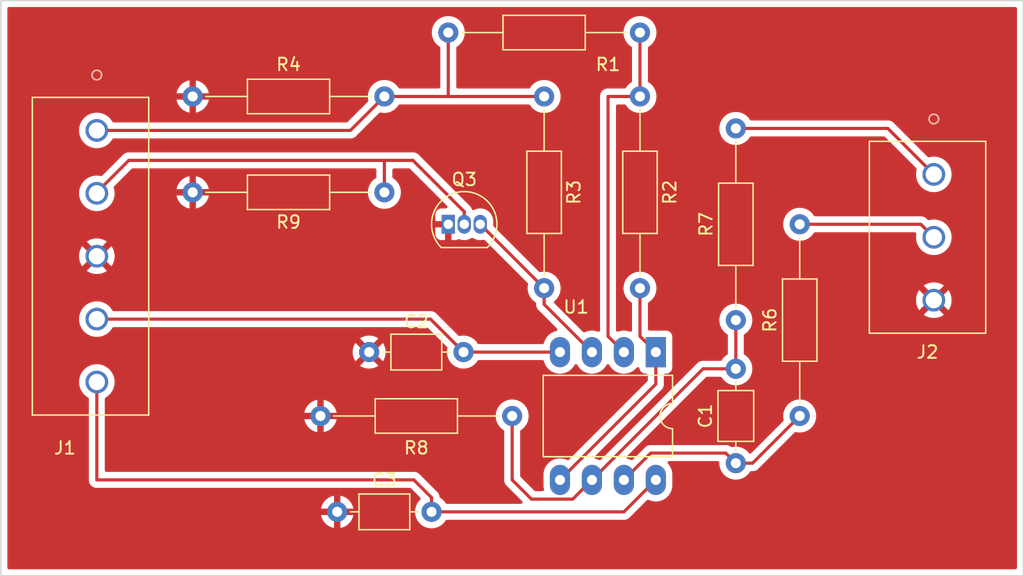
<source format=kicad_pcb>
(kicad_pcb (version 20211014) (generator pcbnew)
  (layers (0 "F.Cu" signal) (31 "B.Cu" signal) (34 "B.Paste" user) (35 "F.Paste" user) (36 "B.SilkS" user "B.Silkscreen") (37 "F.SilkS" user "F.Silkscreen") (38 "B.Mask" user) (39 "F.Mask" user) (44 "Edge.Cuts" user))
  (net 0 "")
  (net 1 "Net-(C1-Pad1)")
  (net 2 "-15V")
  (net 3 "+15V")
  (net 4 "GNDREF")
  (net 5 "Net-(Q3-Pad3)")
  (net 6 "Net-(R1-Pad2)")
  (net 7 "Net-(R2-Pad2)")
  (net 8 "Net-(R6-Pad2)")
  (net 9 "Net-(R7-Pad2)")
  (net 10 "Net-(R8-Pad1)")
  (net 11 "Net-(R1-Pad1)")
  (net 12 "Net-(Q3-Pad2)")
  (footprint "Capacitor_THT:C_Axial_L3.8mm_D2.6mm_P7.50mm_Horizontal" (layer "F.Cu") (at 137.16 102.81 90)
    (fp_text reference "C1" (at 3.75 -2.42 90) (layer "F.SilkS"))
    (fp_text value "100 pF")
    (fp_line (start 6.46 0) (end 5.77 0) (layer "F.SilkS") (width 0.12))
    (fp_line (start 5.77 -1.42) (end 1.73 -1.42) (layer "F.SilkS") (width 0.12))
    (fp_line (start 1.04 0) (end 1.73 0) (layer "F.SilkS") (width 0.12))
    (fp_line (start 5.77 1.42) (end 5.77 -1.42) (layer "F.SilkS") (width 0.12))
    (fp_line (start 1.73 -1.42) (end 1.73 1.42) (layer "F.SilkS") (width 0.12))
    (fp_line (start 1.73 1.42) (end 5.77 1.42) (layer "F.SilkS") (width 0.12))
    (pad "1" thru_hole circle locked (at 0 0 90) (size 1.6 1.6) (drill 0.8) (layers *.Cu *.Mask) (net 1 "Net-(C1-Pad1)"))
    (pad "2" thru_hole oval locked (at 7.5 0 90) (size 1.6 1.6) (drill 0.8) (layers *.Cu *.Mask) (net 10 "Net-(R8-Pad1)"))
  )
  (footprint "KiCAD_footprints:1935174" (layer "F.Cu") (at 152.9 79.8535 -90)
    (fp_text reference "J2" (at 14.1265 0.5 180) (layer "F.SilkS"))
    (fp_text value "Conn_01x03" hide)
    (fp_text user "*" (at 0 0 90) (layer "F.SilkS"))
    (fp_circle (center -4.405 0) (end -4.024 0) (layer "B.SilkS") (width 0.12) (fill none))
    (fp_line (start 12.627001 -4.127) (end -2.627 -4.127) (layer "F.SilkS") (width 0.12))
    (fp_line (start -2.627 -4.127) (end -2.627 5.127) (layer "F.SilkS") (width 0.12))
    (fp_line (start -2.627 5.127) (end 12.627001 5.127) (layer "F.SilkS") (width 0.12))
    (fp_line (start 12.627001 5.127) (end 12.627001 -4.127) (layer "F.SilkS") (width 0.12))
    (fp_circle (center -4.405 0) (end -4.024 0) (layer "F.SilkS") (width 0.12) (fill none))
    (pad "1" thru_hole circle locked (at 0 0 270) (size 1.8034 1.8034) (drill 1.2954) (layers *.Cu *.Mask) (net 9 "Net-(R7-Pad2)"))
    (pad "2" thru_hole circle locked (at 5 0 270) (size 1.8034 1.8034) (drill 1.2954) (layers *.Cu *.Mask) (net 8 "Net-(R6-Pad2)"))
    (pad "3" thru_hole circle locked (at 10 0 270) (size 1.8034 1.8034) (drill 1.2954) (layers *.Cu *.Mask) (net 4 "GNDREF"))
  )
  (footprint "Package_TO_SOT_THT:TO-92_Inline" (layer "F.Cu") (at 114.3 83.82)
    (fp_text reference "Q3" (at 1.27 -3.56) (layer "F.SilkS"))
    (fp_text value "2N7000")
    (fp_line (start -0.53 1.85) (end 3.07 1.85) (layer "F.SilkS") (width 0.12))
    (fp_arc (start -0.568478 1.838478) (mid -1.132087 -0.994977) (end 1.27 -2.6) (layer "F.SilkS") (width 0.12))
    (fp_arc (start 1.27 -2.6) (mid 3.672087 -0.994977) (end 3.108478 1.838478) (layer "F.SilkS") (width 0.12))
    (pad "1" thru_hole rect locked (at 0 0) (size 1.05 1.5) (drill 0.75) (layers *.Cu *.Mask) (net 4 "GNDREF"))
    (pad "2" thru_hole oval locked (at 1.27 0) (size 1.05 1.5) (drill 0.75) (layers *.Cu *.Mask) (net 12 "Net-(Q3-Pad2)"))
    (pad "3" thru_hole oval locked (at 2.54 0) (size 1.05 1.5) (drill 0.75) (layers *.Cu *.Mask) (net 5 "Net-(Q3-Pad3)"))
  )
  (footprint "KiCAD_footprints:1935190" (layer "F.Cu") (at 86.36 76.36 -90)
    (fp_text reference "J1" (at 25.24 2.54 180) (layer "F.SilkS"))
    (fp_text value "Conn_01x05" hide)
    (fp_text user "*" (at 0 0 90) (layer "F.SilkS"))
    (fp_circle (center -4.404999 0) (end -4.023999 0) (layer "B.SilkS") (width 0.12) (fill none))
    (fp_line (start 22.627001 -4.127) (end -2.627 -4.127) (layer "F.SilkS") (width 0.12))
    (fp_line (start -2.627 -4.127) (end -2.627 5.127) (layer "F.SilkS") (width 0.12))
    (fp_line (start 22.627001 5.127) (end 22.627001 -4.127) (layer "F.SilkS") (width 0.12))
    (fp_line (start -2.627 5.127) (end 22.627001 5.127) (layer "F.SilkS") (width 0.12))
    (fp_circle (center -4.404999 0) (end -4.023999 0) (layer "F.SilkS") (width 0.12) (fill none))
    (pad "1" thru_hole circle locked (at 0 0 270) (size 1.8034 1.8034) (drill 1.2954) (layers *.Cu *.Mask) (net 11 "Net-(R1-Pad1)"))
    (pad "2" thru_hole circle locked (at 5 0 270) (size 1.8034 1.8034) (drill 1.2954) (layers *.Cu *.Mask) (net 12 "Net-(Q3-Pad2)"))
    (pad "3" thru_hole circle locked (at 10 0 270) (size 1.8034 1.8034) (drill 1.2954) (layers *.Cu *.Mask) (net 4 "GNDREF"))
    (pad "4" thru_hole circle locked (at 15.000001 0 270) (size 1.8034 1.8034) (drill 1.2954) (layers *.Cu *.Mask) (net 2 "-15V"))
    (pad "5" thru_hole circle locked (at 20.000001 0 270) (size 1.8034 1.8034) (drill 1.2954) (layers *.Cu *.Mask) (net 3 "+15V"))
  )
  (footprint "Resistor_THT:R_Axial_DIN0207_L6.3mm_D2.5mm_P15.24mm_Horizontal" (layer "F.Cu") (at 137.16 91.44 90)
    (fp_text reference "R7" (at 7.62 -2.37 90) (layer "F.SilkS"))
    (fp_text value "20K")
    (fp_line (start 4.35 1.37) (end 10.89 1.37) (layer "F.SilkS") (width 0.12))
    (fp_line (start 10.89 -1.37) (end 4.35 -1.37) (layer "F.SilkS") (width 0.12))
    (fp_line (start 10.89 1.37) (end 10.89 -1.37) (layer "F.SilkS") (width 0.12))
    (fp_line (start 4.35 -1.37) (end 4.35 1.37) (layer "F.SilkS") (width 0.12))
    (fp_line (start 1.04 0) (end 4.35 0) (layer "F.SilkS") (width 0.12))
    (fp_line (start 14.2 0) (end 10.89 0) (layer "F.SilkS") (width 0.12))
    (pad "1" thru_hole circle locked (at 0 0 90) (size 1.6 1.6) (drill 0.8) (layers *.Cu *.Mask) (net 10 "Net-(R8-Pad1)"))
    (pad "2" thru_hole oval locked (at 15.24 0 90) (size 1.6 1.6) (drill 0.8) (layers *.Cu *.Mask) (net 9 "Net-(R7-Pad2)"))
  )
  (footprint "Capacitor_THT:C_Axial_L3.8mm_D2.6mm_P7.50mm_Horizontal" (layer "F.Cu") (at 112.97 106.68 180)
    (fp_text reference "C3" (at 3.75 2.54) (layer "F.SilkS"))
    (fp_text value "100 nF")
    (fp_line (start 1.73 1.42) (end 5.77 1.42) (layer "F.SilkS") (width 0.12))
    (fp_line (start 1.73 -1.42) (end 1.73 1.42) (layer "F.SilkS") (width 0.12))
    (fp_line (start 5.77 -1.42) (end 1.73 -1.42) (layer "F.SilkS") (width 0.12))
    (fp_line (start 1.04 0) (end 1.73 0) (layer "F.SilkS") (width 0.12))
    (fp_line (start 5.77 1.42) (end 5.77 -1.42) (layer "F.SilkS") (width 0.12))
    (fp_line (start 6.46 0) (end 5.77 0) (layer "F.SilkS") (width 0.12))
    (pad "1" thru_hole circle locked (at 0 0 180) (size 1.6 1.6) (drill 0.8) (layers *.Cu *.Mask) (net 3 "+15V"))
    (pad "2" thru_hole oval locked (at 7.5 0 180) (size 1.6 1.6) (drill 0.8) (layers *.Cu *.Mask) (net 4 "GNDREF"))
  )
  (footprint "Resistor_THT:R_Axial_DIN0207_L6.3mm_D2.5mm_P15.24mm_Horizontal" (layer "F.Cu") (at 109.22 73.66 180)
    (fp_text reference "R4" (at 7.62 2.54) (layer "F.SilkS"))
    (fp_text value "10K")
    (fp_line (start 10.89 -1.37) (end 4.35 -1.37) (layer "F.SilkS") (width 0.12))
    (fp_line (start 14.2 0) (end 10.89 0) (layer "F.SilkS") (width 0.12))
    (fp_line (start 4.35 1.37) (end 10.89 1.37) (layer "F.SilkS") (width 0.12))
    (fp_line (start 10.89 1.37) (end 10.89 -1.37) (layer "F.SilkS") (width 0.12))
    (fp_line (start 4.35 -1.37) (end 4.35 1.37) (layer "F.SilkS") (width 0.12))
    (fp_line (start 1.04 0) (end 4.35 0) (layer "F.SilkS") (width 0.12))
    (pad "1" thru_hole circle locked (at 0 0 180) (size 1.6 1.6) (drill 0.8) (layers *.Cu *.Mask) (net 11 "Net-(R1-Pad1)"))
    (pad "2" thru_hole oval locked (at 15.24 0 180) (size 1.6 1.6) (drill 0.8) (layers *.Cu *.Mask) (net 4 "GNDREF"))
  )
  (footprint "Resistor_THT:R_Axial_DIN0207_L6.3mm_D2.5mm_P15.24mm_Horizontal" (layer "F.Cu") (at 119.38 99.06 180)
    (fp_text reference "R8" (at 7.62 -2.54) (layer "F.SilkS"))
    (fp_text value "20K")
    (fp_line (start 4.35 -1.37) (end 4.35 1.37) (layer "F.SilkS") (width 0.12))
    (fp_line (start 4.35 1.37) (end 10.89 1.37) (layer "F.SilkS") (width 0.12))
    (fp_line (start 1.04 0) (end 4.35 0) (layer "F.SilkS") (width 0.12))
    (fp_line (start 10.89 1.37) (end 10.89 -1.37) (layer "F.SilkS") (width 0.12))
    (fp_line (start 10.89 -1.37) (end 4.35 -1.37) (layer "F.SilkS") (width 0.12))
    (fp_line (start 14.2 0) (end 10.89 0) (layer "F.SilkS") (width 0.12))
    (pad "1" thru_hole circle locked (at 0 0 180) (size 1.6 1.6) (drill 0.8) (layers *.Cu *.Mask) (net 10 "Net-(R8-Pad1)"))
    (pad "2" thru_hole oval locked (at 15.24 0 180) (size 1.6 1.6) (drill 0.8) (layers *.Cu *.Mask) (net 4 "GNDREF"))
  )
  (footprint "Package_DIP:DIP-8_W10.16mm_LongPads" (layer "F.Cu") (at 130.8 93.985 -90)
    (fp_text reference "U1" (at -3.585 6.34 180) (layer "F.SilkS"))
    (fp_text value "LF412")
    (fp_line (start 1.845 8.95) (end 8.315 8.95) (layer "F.SilkS") (width 0.12))
    (fp_line (start 4.08 -1.33) (end 1.845 -1.33) (layer "F.SilkS") (width 0.12))
    (fp_line (start 1.845 -1.33) (end 1.845 8.95) (layer "F.SilkS") (width 0.12))
    (fp_line (start 8.315 -1.33) (end 6.08 -1.33) (layer "F.SilkS") (width 0.12))
    (fp_line (start 8.315 8.95) (end 8.315 -1.33) (layer "F.SilkS") (width 0.12))
    (fp_arc (start 6.08 -1.33) (mid 5.08 -0.33) (end 4.08 -1.33) (layer "F.SilkS") (width 0.12))
    (pad "1" thru_hole rect locked (at 0 0 270) (size 2.4 1.6) (drill 0.8) (layers *.Cu *.Mask) (net 7 "Net-(R2-Pad2)"))
    (pad "2" thru_hole oval locked (at 0 2.54 270) (size 2.4 1.6) (drill 0.8) (layers *.Cu *.Mask) (net 6 "Net-(R1-Pad2)"))
    (pad "3" thru_hole oval locked (at 0 5.08 270) (size 2.4 1.6) (drill 0.8) (layers *.Cu *.Mask) (net 5 "Net-(Q3-Pad3)"))
    (pad "4" thru_hole oval locked (at 0 7.62 270) (size 2.4 1.6) (drill 0.8) (layers *.Cu *.Mask) (net 2 "-15V"))
    (pad "5" thru_hole oval locked (at 10.16 7.62 270) (size 2.4 1.6) (drill 0.8) (layers *.Cu *.Mask) (net 7 "Net-(R2-Pad2)"))
    (pad "6" thru_hole oval locked (at 10.16 5.08 270) (size 2.4 1.6) (drill 0.8) (layers *.Cu *.Mask) (net 10 "Net-(R8-Pad1)"))
    (pad "7" thru_hole oval locked (at 10.16 2.54 270) (size 2.4 1.6) (drill 0.8) (layers *.Cu *.Mask) (net 1 "Net-(C1-Pad1)"))
    (pad "8" thru_hole oval locked (at 10.16 0 270) (size 2.4 1.6) (drill 0.8) (layers *.Cu *.Mask) (net 3 "+15V"))
  )
  (footprint "Capacitor_THT:C_Axial_L3.8mm_D2.6mm_P7.50mm_Horizontal" (layer "F.Cu") (at 108.01 93.98)
    (fp_text reference "C2" (at 3.75 -2.42) (layer "F.SilkS"))
    (fp_text value "100 nF")
    (fp_line (start 5.77 -1.42) (end 1.73 -1.42) (layer "F.SilkS") (width 0.12))
    (fp_line (start 6.46 0) (end 5.77 0) (layer "F.SilkS") (width 0.12))
    (fp_line (start 1.73 -1.42) (end 1.73 1.42) (layer "F.SilkS") (width 0.12))
    (fp_line (start 5.77 1.42) (end 5.77 -1.42) (layer "F.SilkS") (width 0.12))
    (fp_line (start 1.04 0) (end 1.73 0) (layer "F.SilkS") (width 0.12))
    (fp_line (start 1.73 1.42) (end 5.77 1.42) (layer "F.SilkS") (width 0.12))
    (pad "1" thru_hole circle locked (at 0 0) (size 1.6 1.6) (drill 0.8) (layers *.Cu *.Mask) (net 4 "GNDREF"))
    (pad "2" thru_hole oval locked (at 7.5 0) (size 1.6 1.6) (drill 0.8) (layers *.Cu *.Mask) (net 2 "-15V"))
  )
  (footprint "Resistor_THT:R_Axial_DIN0207_L6.3mm_D2.5mm_P15.24mm_Horizontal" (layer "F.Cu") (at 109.22 81.28 180)
    (fp_text reference "R9" (at 7.62 -2.37) (layer "F.SilkS"))
    (fp_text value "100K")
    (fp_line (start 10.89 -1.37) (end 4.35 -1.37) (layer "F.SilkS") (width 0.12))
    (fp_line (start 4.35 1.37) (end 10.89 1.37) (layer "F.SilkS") (width 0.12))
    (fp_line (start 10.89 1.37) (end 10.89 -1.37) (layer "F.SilkS") (width 0.12))
    (fp_line (start 1.04 0) (end 4.35 0) (layer "F.SilkS") (width 0.12))
    (fp_line (start 14.2 0) (end 10.89 0) (layer "F.SilkS") (width 0.12))
    (fp_line (start 4.35 -1.37) (end 4.35 1.37) (layer "F.SilkS") (width 0.12))
    (pad "1" thru_hole circle locked (at 0 0 180) (size 1.6 1.6) (drill 0.8) (layers *.Cu *.Mask) (net 12 "Net-(Q3-Pad2)"))
    (pad "2" thru_hole oval locked (at 15.24 0 180) (size 1.6 1.6) (drill 0.8) (layers *.Cu *.Mask) (net 4 "GNDREF"))
  )
  (footprint "Resistor_THT:R_Axial_DIN0207_L6.3mm_D2.5mm_P15.24mm_Horizontal" (layer "F.Cu") (at 121.92 73.66 -90)
    (fp_text reference "R3" (at 7.62 -2.37 90) (layer "F.SilkS"))
    (fp_text value "10K")
    (fp_line (start 14.2 0) (end 10.89 0) (layer "F.SilkS") (width 0.12))
    (fp_line (start 10.89 1.37) (end 10.89 -1.37) (layer "F.SilkS") (width 0.12))
    (fp_line (start 4.35 1.37) (end 10.89 1.37) (layer "F.SilkS") (width 0.12))
    (fp_line (start 1.04 0) (end 4.35 0) (layer "F.SilkS") (width 0.12))
    (fp_line (start 4.35 -1.37) (end 4.35 1.37) (layer "F.SilkS") (width 0.12))
    (fp_line (start 10.89 -1.37) (end 4.35 -1.37) (layer "F.SilkS") (width 0.12))
    (pad "1" thru_hole circle locked (at 0 0 270) (size 1.6 1.6) (drill 0.8) (layers *.Cu *.Mask) (net 11 "Net-(R1-Pad1)"))
    (pad "2" thru_hole oval locked (at 15.24 0 270) (size 1.6 1.6) (drill 0.8) (layers *.Cu *.Mask) (net 5 "Net-(Q3-Pad3)"))
  )
  (footprint "Resistor_THT:R_Axial_DIN0207_L6.3mm_D2.5mm_P15.24mm_Horizontal" (layer "F.Cu") (at 129.54 73.66 -90)
    (fp_text reference "R2" (at 7.62 -2.37 90) (layer "F.SilkS"))
    (fp_text value "10K")
    (fp_line (start 4.35 -1.37) (end 4.35 1.37) (layer "F.SilkS") (width 0.12))
    (fp_line (start 10.89 -1.37) (end 4.35 -1.37) (layer "F.SilkS") (width 0.12))
    (fp_line (start 14.2 0) (end 10.89 0) (layer "F.SilkS") (width 0.12))
    (fp_line (start 1.04 0) (end 4.35 0) (layer "F.SilkS") (width 0.12))
    (fp_line (start 10.89 1.37) (end 10.89 -1.37) (layer "F.SilkS") (width 0.12))
    (fp_line (start 4.35 1.37) (end 10.89 1.37) (layer "F.SilkS") (width 0.12))
    (pad "1" thru_hole circle locked (at 0 0 270) (size 1.6 1.6) (drill 0.8) (layers *.Cu *.Mask) (net 6 "Net-(R1-Pad2)"))
    (pad "2" thru_hole oval locked (at 15.24 0 270) (size 1.6 1.6) (drill 0.8) (layers *.Cu *.Mask) (net 7 "Net-(R2-Pad2)"))
  )
  (footprint "Resistor_THT:R_Axial_DIN0207_L6.3mm_D2.5mm_P15.24mm_Horizontal" (layer "F.Cu") (at 142.24 99.06 90)
    (fp_text reference "R6" (at 7.62 -2.37 90) (layer "F.SilkS"))
    (fp_text value "470")
    (fp_line (start 4.35 -1.37) (end 4.35 1.37) (layer "F.SilkS") (width 0.12))
    (fp_line (start 10.89 -1.37) (end 4.35 -1.37) (layer "F.SilkS") (width 0.12))
    (fp_line (start 1.04 0) (end 4.35 0) (layer "F.SilkS") (width 0.12))
    (fp_line (start 10.89 1.37) (end 10.89 -1.37) (layer "F.SilkS") (width 0.12))
    (fp_line (start 14.2 0) (end 10.89 0) (layer "F.SilkS") (width 0.12))
    (fp_line (start 4.35 1.37) (end 10.89 1.37) (layer "F.SilkS") (width 0.12))
    (pad "1" thru_hole circle locked (at 0 0 90) (size 1.6 1.6) (drill 0.8) (layers *.Cu *.Mask) (net 1 "Net-(C1-Pad1)"))
    (pad "2" thru_hole oval locked (at 15.24 0 90) (size 1.6 1.6) (drill 0.8) (layers *.Cu *.Mask) (net 8 "Net-(R6-Pad2)"))
  )
  (footprint "Resistor_THT:R_Axial_DIN0207_L6.3mm_D2.5mm_P15.24mm_Horizontal" (layer "F.Cu") (at 114.3 68.58)
    (fp_text reference "R1" (at 12.7 2.54) (layer "F.SilkS"))
    (fp_text value "10K")
    (fp_line (start 4.35 1.37) (end 10.89 1.37) (layer "F.SilkS") (width 0.12))
    (fp_line (start 14.2 0) (end 10.89 0) (layer "F.SilkS") (width 0.12))
    (fp_line (start 10.89 -1.37) (end 4.35 -1.37) (layer "F.SilkS") (width 0.12))
    (fp_line (start 1.04 0) (end 4.35 0) (layer "F.SilkS") (width 0.12))
    (fp_line (start 10.89 1.37) (end 10.89 -1.37) (layer "F.SilkS") (width 0.12))
    (fp_line (start 4.35 -1.37) (end 4.35 1.37) (layer "F.SilkS") (width 0.12))
    (pad "1" thru_hole circle locked (at 0 0) (size 1.6 1.6) (drill 0.8) (layers *.Cu *.Mask) (net 11 "Net-(R1-Pad1)"))
    (pad "2" thru_hole oval locked (at 15.24 0) (size 1.6 1.6) (drill 0.8) (layers *.Cu *.Mask) (net 6 "Net-(R1-Pad2)"))
  )
  (gr_line (start 160.02 66.04) (end 160.02 111.76) (layer "Edge.Cuts") (width 0.1))
  (gr_line (start 160.02 111.76) (end 78.74 111.76) (layer "Edge.Cuts") (width 0.1))
  (gr_line (start 78.74 66.04) (end 160.02 66.04) (layer "Edge.Cuts") (width 0.1))
  (gr_line (start 78.74 111.76) (end 78.74 66.04) (layer "Edge.Cuts") (width 0.1))
  (segment (start 137.16 102.81) (end 138.49 102.81) (width 0.25) (layer "F.Cu") (net 1))
  (segment (start 136.360001 102.010001) (end 137.16 102.81) (width 0.25) (layer "F.Cu") (net 1))
  (segment (start 128.26 104.145) (end 130.394999 102.010001) (width 0.25) (layer "F.Cu") (net 1))
  (segment (start 130.394999 102.010001) (end 136.360001 102.010001) (width 0.25) (layer "F.Cu") (net 1))
  (segment (start 138.49 102.81) (end 142.24 99.06) (width 0.25) (layer "F.Cu") (net 1))
  (segment (start 86.36 91.360001) (end 112.890001 91.360001) (width 0.25) (layer "F.Cu") (net 2))
  (segment (start 112.890001 91.360001) (end 115.51 93.98) (width 0.25) (layer "F.Cu") (net 2))
  (segment (start 115.51 93.98) (end 123.175 93.98) (width 0.25) (layer "F.Cu") (net 2))
  (segment (start 123.175 93.98) (end 123.18 93.985) (width 0.25) (layer "F.Cu") (net 2))
  (segment (start 112.97 106.68) (end 112.97 105.54863) (width 0.25) (layer "F.Cu") (net 3))
  (segment (start 128.265 106.68) (end 130.8 104.145) (width 0.25) (layer "F.Cu") (net 3))
  (segment (start 112.97 106.68) (end 128.265 106.68) (width 0.25) (layer "F.Cu") (net 3))
  (segment (start 112.97 105.54863) (end 111.56137 104.14) (width 0.25) (layer "F.Cu") (net 3))
  (segment (start 111.56137 104.14) (end 86.36 104.14) (width 0.25) (layer "F.Cu") (net 3))
  (segment (start 86.36 104.14) (end 86.36 96.360001) (width 0.25) (layer "F.Cu") (net 3))
  (segment (start 121.92 90.185) (end 125.72 93.985) (width 0.25) (layer "F.Cu") (net 5))
  (segment (start 121.92 88.9) (end 121.92 90.185) (width 0.25) (layer "F.Cu") (net 5))
  (segment (start 116.84 83.82) (end 121.92 88.9) (width 0.25) (layer "F.Cu") (net 5))
  (segment (start 127 73.66) (end 129.54 73.66) (width 0.25) (layer "F.Cu") (net 6))
  (segment (start 127 92.725) (end 127 73.66) (width 0.25) (layer "F.Cu") (net 6))
  (segment (start 129.54 73.66) (end 129.54 68.58) (width 0.25) (layer "F.Cu") (net 6))
  (segment (start 128.26 93.985) (end 127 92.725) (width 0.25) (layer "F.Cu") (net 6))
  (segment (start 130.8 93.985) (end 129.54 92.725) (width 0.25) (layer "F.Cu") (net 7))
  (segment (start 130.8 93.985) (end 130.8 96.525) (width 0.25) (layer "F.Cu") (net 7))
  (segment (start 130.8 96.525) (end 123.18 104.145) (width 0.25) (layer "F.Cu") (net 7))
  (segment (start 129.54 92.725) (end 129.54 88.9) (width 0.25) (layer "F.Cu") (net 7))
  (segment (start 142.24 83.82) (end 151.8665 83.82) (width 0.25) (layer "F.Cu") (net 8))
  (segment (start 151.8665 83.82) (end 152.9 84.8535) (width 0.25) (layer "F.Cu") (net 8))
  (segment (start 149.2465 76.2) (end 152.9 79.8535) (width 0.25) (layer "F.Cu") (net 9))
  (segment (start 137.16 76.2) (end 149.2465 76.2) (width 0.25) (layer "F.Cu") (net 9))
  (segment (start 120.90952 105.66952) (end 124.19548 105.66952) (width 0.25) (layer "F.Cu") (net 10))
  (segment (start 125.72 104.145) (end 134.555 95.31) (width 0.25) (layer "F.Cu") (net 10))
  (segment (start 119.38 104.14) (end 119.38 99.06) (width 0.25) (layer "F.Cu") (net 10))
  (segment (start 124.19548 105.66952) (end 125.72 104.145) (width 0.25) (layer "F.Cu") (net 10))
  (segment (start 119.38 104.14) (end 120.90952 105.66952) (width 0.25) (layer "F.Cu") (net 10))
  (segment (start 134.555 95.31) (end 137.16 95.31) (width 0.25) (layer "F.Cu") (net 10))
  (segment (start 137.16 95.31) (end 137.16 91.44) (width 0.25) (layer "F.Cu") (net 10))
  (segment (start 114.3 73.66) (end 114.3 71.12) (width 0.25) (layer "F.Cu") (net 11))
  (segment (start 86.36 76.36) (end 106.52 76.36) (width 0.25) (layer "F.Cu") (net 11))
  (segment (start 106.52 76.36) (end 109.22 73.66) (width 0.25) (layer "F.Cu") (net 11))
  (segment (start 109.22 73.66) (end 114.3 73.66) (width 0.25) (layer "F.Cu") (net 11))
  (segment (start 114.3 73.66) (end 119.38 73.66) (width 0.25) (layer "F.Cu") (net 11))
  (segment (start 119.38 73.66) (end 121.92 73.66) (width 0.25) (layer "F.Cu") (net 11))
  (segment (start 114.3 71.12) (end 114.3 68.58) (width 0.25) (layer "F.Cu") (net 11))
  (segment (start 111.49 78.74) (end 115.57 82.82) (width 0.25) (layer "F.Cu") (net 12))
  (segment (start 109.22 78.74) (end 88.9 78.74) (width 0.25) (layer "F.Cu") (net 12))
  (segment (start 115.57 83.82) (end 115.57 82.82) (width 0.25) (layer "F.Cu") (net 12))
  (segment (start 109.22 78.74) (end 111.49 78.74) (width 0.25) (layer "F.Cu") (net 12))
  (segment (start 88.9 78.74) (end 86.36 81.28) (width 0.25) (layer "F.Cu") (net 12))
  (segment (start 109.22 78.74) (end 109.22 81.28) (width 0.25) (layer "F.Cu") (net 12))
  (zone (net 4) (net_name "GNDREF") (layer "F.Cu") (connect_pads (clearance 0.508)) (min_thickness 0.254) (fill yes (thermal_gap 0.508) (thermal_bridge_width 0.508))
    (polygon (pts (xy 160.02 111.76) (xy 78.74 111.76) (xy 78.74 66.04) (xy 160.02 66.04)))
  )
)
</source>
